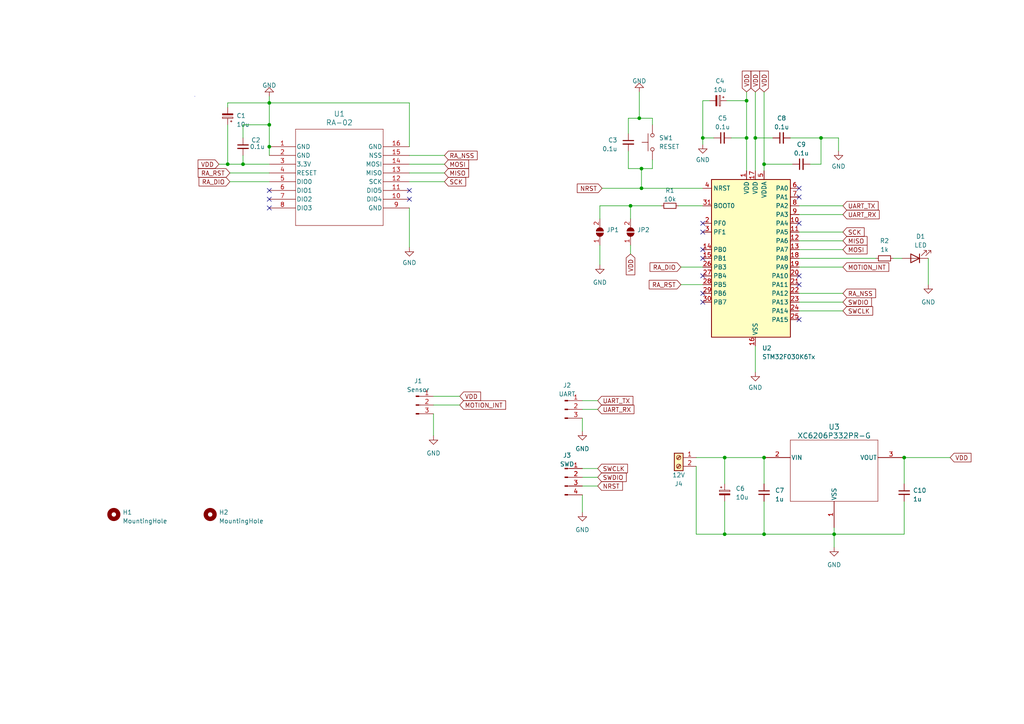
<source format=kicad_sch>
(kicad_sch (version 20230121) (generator eeschema)
  (paper "A4")
  (lib_symbols
    (symbol "2023-10-08_20-01-05:RA-02" (pin_names (offset 0.254))
      (property "Reference" "U" (at 20.32 10.16 0))
      (property "Value" "RA-02" (at 20.32 7.62 0))
      (symbol "RA-02_0_1"
        (polyline (pts (xy 7.62 -22.86) (xy 33.02 -22.86)) (stroke (width 0.127)))
        (polyline (pts (xy 7.62 5.08) (xy 7.62 -22.86)) (stroke (width 0.127)))
        (polyline (pts (xy 33.02 -22.86) (xy 33.02 5.08)) (stroke (width 0.127)))
        (polyline (pts (xy 33.02 5.08) (xy 7.62 5.08)) (stroke (width 0.127)))
        (pin unspecified line (at 0 0 0) (length 7.62) (name "GND") (number "1"))
        (pin unspecified line (at 40.64 -15.24 180) (length 7.62) (name "DIO4") (number "10"))
        (pin unspecified line (at 40.64 -12.7 180) (length 7.62) (name "DIO5") (number "11"))
        (pin unspecified line (at 40.64 -10.16 180) (length 7.62) (name "SCK") (number "12"))
        (pin unspecified line (at 40.64 -7.62 180) (length 7.62) (name "MISO") (number "13"))
        (pin unspecified line (at 40.64 -5.08 180) (length 7.62) (name "MOSI") (number "14"))
        (pin unspecified line (at 40.64 -2.54 180) (length 7.62) (name "NSS") (number "15"))
        (pin unspecified line (at 40.64 0 180) (length 7.62) (name "GND") (number "16"))
        (pin unspecified line (at 0 -2.54 0) (length 7.62) (name "GND") (number "2"))
        (pin unspecified line (at 0 -5.08 0) (length 7.62) (name "3.3V") (number "3"))
        (pin unspecified line (at 0 -7.62 0) (length 7.62) (name "RESET") (number "4"))
        (pin unspecified line (at 0 -10.16 0) (length 7.62) (name "DIO0") (number "5"))
        (pin unspecified line (at 0 -12.7 0) (length 7.62) (name "DIO1") (number "6"))
        (pin unspecified line (at 0 -15.24 0) (length 7.62) (name "DIO2") (number "7"))
        (pin unspecified line (at 0 -17.78 0) (length 7.62) (name "DIO3") (number "8"))
        (pin unspecified line (at 40.64 -17.78 180) (length 7.62) (name "GND") (number "9"))
      )
    )
    (symbol "2023-10-08_20-10-52:XC6206P332PR-G" (pin_names (offset 0.254))
      (property "Reference" "U" (at 20.32 10.16 0))
      (property "Value" "XC6206P332PR-G" (at 20.32 7.62 0))
      (symbol "XC6206P332PR-G_0_1"
        (polyline (pts (xy 7.62 -12.7) (xy 33.02 -12.7)) (stroke (width 0.127)))
        (polyline (pts (xy 7.62 5.08) (xy 7.62 -12.7)) (stroke (width 0.127)))
        (polyline (pts (xy 33.02 -12.7) (xy 33.02 5.08)) (stroke (width 0.127)))
        (polyline (pts (xy 33.02 5.08) (xy 7.62 5.08)) (stroke (width 0.127)))
        (pin power_out line (at 20.32 -20.32 90) (length 7.62) (name "VSS") (number "1"))
        (pin power_in line (at 0 0 0) (length 7.62) (name "VIN") (number "2"))
        (pin output line (at 40.64 0 180) (length 7.62) (name "VOUT") (number "3"))
      )
    )
    (symbol "Connector:Conn_01x03_Pin" (pin_names (offset 1.016) hide)
      (property "Reference" "J" (at 0 5.08 0))
      (property "Value" "Conn_01x03_Pin" (at 0 -5.08 0))
      (symbol "Conn_01x03_Pin_1_1"
        (polyline (pts (xy 1.27 -2.54) (xy 0.8636 -2.54)) (stroke (width 0.1524)))
        (polyline (pts (xy 1.27 0) (xy 0.8636 0)) (stroke (width 0.1524)))
        (polyline (pts (xy 1.27 2.54) (xy 0.8636 2.54)) (stroke (width 0.1524)))
        (rectangle (start 0.8636 -2.413) (end 0 -2.667) (stroke (width 0.1524)) (fill (type outline)))
        (rectangle (start 0.8636 0.127) (end 0 -0.127) (stroke (width 0.1524)) (fill (type outline)))
        (rectangle (start 0.8636 2.667) (end 0 2.413) (stroke (width 0.1524)) (fill (type outline)))
        (pin passive line (at 5.08 2.54 180) (length 3.81) (name "Pin_1") (number "1"))
        (pin passive line (at 5.08 0 180) (length 3.81) (name "Pin_2") (number "2"))
        (pin passive line (at 5.08 -2.54 180) (length 3.81) (name "Pin_3") (number "3"))
      )
    )
    (symbol "Connector:Conn_01x04_Pin" (pin_names (offset 1.016) hide)
      (property "Reference" "J" (at 0 5.08 0))
      (property "Value" "Conn_01x04_Pin" (at 0 -7.62 0))
      (symbol "Conn_01x04_Pin_1_1"
        (polyline (pts (xy 1.27 -5.08) (xy 0.8636 -5.08)) (stroke (width 0.1524)))
        (polyline (pts (xy 1.27 -2.54) (xy 0.8636 -2.54)) (stroke (width 0.1524)))
        (polyline (pts (xy 1.27 0) (xy 0.8636 0)) (stroke (width 0.1524)))
        (polyline (pts (xy 1.27 2.54) (xy 0.8636 2.54)) (stroke (width 0.1524)))
        (rectangle (start 0.8636 -4.953) (end 0 -5.207) (stroke (width 0.1524)) (fill (type outline)))
        (rectangle (start 0.8636 -2.413) (end 0 -2.667) (stroke (width 0.1524)) (fill (type outline)))
        (rectangle (start 0.8636 0.127) (end 0 -0.127) (stroke (width 0.1524)) (fill (type outline)))
        (rectangle (start 0.8636 2.667) (end 0 2.413) (stroke (width 0.1524)) (fill (type outline)))
        (pin passive line (at 5.08 2.54 180) (length 3.81) (name "Pin_1") (number "1"))
        (pin passive line (at 5.08 0 180) (length 3.81) (name "Pin_2") (number "2"))
        (pin passive line (at 5.08 -2.54 180) (length 3.81) (name "Pin_3") (number "3"))
        (pin passive line (at 5.08 -5.08 180) (length 3.81) (name "Pin_4") (number "4"))
      )
    )
    (symbol "Connector:Screw_Terminal_01x02" (pin_names (offset 1.016) hide)
      (property "Reference" "J" (at 0 2.54 0))
      (property "Value" "Screw_Terminal_01x02" (at 0 -5.08 0))
      (symbol "Screw_Terminal_01x02_1_1"
        (rectangle (start -1.27 1.27) (end 1.27 -3.81) (stroke (width 0.254)) (fill (type background)))
        (circle (center 0 -2.54) (radius 0.635) (stroke (width 0.1524)))
        (polyline (pts (xy -0.5334 -2.2098) (xy 0.3302 -3.048)) (stroke (width 0.1524)))
        (polyline (pts (xy -0.5334 0.3302) (xy 0.3302 -0.508)) (stroke (width 0.1524)))
        (polyline (pts (xy -0.3556 -2.032) (xy 0.508 -2.8702)) (stroke (width 0.1524)))
        (polyline (pts (xy -0.3556 0.508) (xy 0.508 -0.3302)) (stroke (width 0.1524)))
        (circle (center 0 0) (radius 0.635) (stroke (width 0.1524)))
        (pin passive line (at -5.08 0 0) (length 3.81) (name "Pin_1") (number "1"))
        (pin passive line (at -5.08 -2.54 0) (length 3.81) (name "Pin_2") (number "2"))
      )
    )
    (symbol "Device:C_Polarized_Small" (pin_numbers hide) (pin_names (offset 0.254) hide)
      (property "Reference" "C" (at 0.254 1.778 0))
      (property "Value" "C_Polarized_Small" (at 0.254 -2.032 0))
      (symbol "C_Polarized_Small_0_1"
        (rectangle (start -1.524 -0.3048) (end 1.524 -0.6858) (fill (type outline)))
        (rectangle (start -1.524 0.6858) (end 1.524 0.3048))
        (polyline (pts (xy -1.27 1.524) (xy -0.762 1.524)))
        (polyline (pts (xy -1.016 1.27) (xy -1.016 1.778)))
      )
      (symbol "C_Polarized_Small_1_1"
        (pin passive line (at 0 2.54 270) (length 1.8542) (name "~") (number "1"))
        (pin passive line (at 0 -2.54 90) (length 1.8542) (name "~") (number "2"))
      )
    )
    (symbol "Device:C_Small" (pin_numbers hide) (pin_names (offset 0.254) hide)
      (property "Reference" "C" (at 0.254 1.778 0))
      (property "Value" "C_Small" (at 0.254 -2.032 0))
      (symbol "C_Small_0_1"
        (polyline (pts (xy -1.524 -0.508) (xy 1.524 -0.508)) (stroke (width 0.3302)))
        (polyline (pts (xy -1.524 0.508) (xy 1.524 0.508)) (stroke (width 0.3048)))
      )
      (symbol "C_Small_1_1"
        (pin passive line (at 0 2.54 270) (length 2.032) (name "~") (number "1"))
        (pin passive line (at 0 -2.54 90) (length 2.032) (name "~") (number "2"))
      )
    )
    (symbol "Device:LED" (pin_numbers hide) (pin_names (offset 1.016) hide)
      (property "Reference" "D" (at 0 2.54 0))
      (property "Value" "LED" (at 0 -2.54 0))
      (symbol "LED_0_1"
        (polyline (pts (xy -1.27 -1.27) (xy -1.27 1.27)) (stroke (width 0.254)))
        (polyline (pts (xy -1.27 0) (xy 1.27 0)))
        (polyline (pts (xy 1.27 -1.27) (xy 1.27 1.27) (xy -1.27 0) (xy 1.27 -1.27)) (stroke (width 0.254)))
        (polyline (pts (xy -3.048 -0.762) (xy -4.572 -2.286) (xy -3.81 -2.286) (xy -4.572 -2.286) (xy -4.572 -1.524)))
        (polyline (pts (xy -1.778 -0.762) (xy -3.302 -2.286) (xy -2.54 -2.286) (xy -3.302 -2.286) (xy -3.302 -1.524)))
      )
      (symbol "LED_1_1"
        (pin passive line (at -3.81 0 0) (length 2.54) (name "K") (number "1"))
        (pin passive line (at 3.81 0 180) (length 2.54) (name "A") (number "2"))
      )
    )
    (symbol "Device:R_Small" (pin_numbers hide) (pin_names (offset 0.254) hide)
      (property "Reference" "R" (at 0.762 0.508 0))
      (property "Value" "R_Small" (at 0.762 -1.016 0))
      (symbol "R_Small_0_1"
        (rectangle (start -0.762 1.778) (end 0.762 -1.778) (stroke (width 0.2032)))
      )
      (symbol "R_Small_1_1"
        (pin passive line (at 0 2.54 270) (length 0.762) (name "~") (number "1"))
        (pin passive line (at 0 -2.54 90) (length 0.762) (name "~") (number "2"))
      )
    )
    (symbol "Jumper:SolderJumper_2_Open" (pin_names (offset 0) hide)
      (property "Reference" "JP" (at 0 2.032 0))
      (property "Value" "SolderJumper_2_Open" (at 0 -2.54 0))
      (symbol "SolderJumper_2_Open_0_1"
        (arc (start -0.254 1.016) (mid -1.2656 0) (end -0.254 -1.016))
        (arc (start -0.254 1.016) (mid -1.2656 0) (end -0.254 -1.016) (fill (type outline)))
        (polyline (pts (xy -0.254 1.016) (xy -0.254 -1.016)))
        (polyline (pts (xy 0.254 1.016) (xy 0.254 -1.016)))
        (arc (start 0.254 -1.016) (mid 1.2656 0) (end 0.254 1.016))
        (arc (start 0.254 -1.016) (mid 1.2656 0) (end 0.254 1.016) (fill (type outline)))
      )
      (symbol "SolderJumper_2_Open_1_1"
        (pin passive line (at -3.81 0 0) (length 2.54) (name "A") (number "1"))
        (pin passive line (at 3.81 0 180) (length 2.54) (name "B") (number "2"))
      )
    )
    (symbol "MCU_ST_STM32F0:STM32F030K6Tx"
      (property "Reference" "U" (at -10.16 24.13 0))
      (property "Value" "STM32F030K6Tx" (at 7.62 24.13 0))
      (symbol "STM32F030K6Tx_0_1"
        (rectangle (start -10.16 -22.86) (end 12.7 22.86) (stroke (width 0.254)) (fill (type background)))
      )
      (symbol "STM32F030K6Tx_1_1"
        (pin power_in line (at 0 25.4 270) (length 2.54) (name "VDD") (number "1"))
        (pin bidirectional line (at 15.24 10.16 180) (length 2.54) (name "PA4") (number "10"))
        (pin bidirectional line (at 15.24 7.62 180) (length 2.54) (name "PA5") (number "11"))
        (pin bidirectional line (at 15.24 5.08 180) (length 2.54) (name "PA6") (number "12"))
        (pin bidirectional line (at 15.24 2.54 180) (length 2.54) (name "PA7") (number "13"))
        (pin bidirectional line (at -12.7 2.54 0) (length 2.54) (name "PB0") (number "14"))
        (pin bidirectional line (at -12.7 0 0) (length 2.54) (name "PB1") (number "15"))
        (pin power_in line (at 2.54 -25.4 90) (length 2.54) (name "VSS") (number "16"))
        (pin power_in line (at 2.54 25.4 270) (length 2.54) (name "VDD") (number "17"))
        (pin bidirectional line (at 15.24 0 180) (length 2.54) (name "PA8") (number "18"))
        (pin bidirectional line (at 15.24 -2.54 180) (length 2.54) (name "PA9") (number "19"))
        (pin bidirectional line (at -12.7 10.16 0) (length 2.54) (name "PF0") (number "2"))
        (pin bidirectional line (at 15.24 -5.08 180) (length 2.54) (name "PA10") (number "20"))
        (pin bidirectional line (at 15.24 -7.62 180) (length 2.54) (name "PA11") (number "21"))
        (pin bidirectional line (at 15.24 -10.16 180) (length 2.54) (name "PA12") (number "22"))
        (pin bidirectional line (at 15.24 -12.7 180) (length 2.54) (name "PA13") (number "23"))
        (pin bidirectional line (at 15.24 -15.24 180) (length 2.54) (name "PA14") (number "24"))
        (pin bidirectional line (at 15.24 -17.78 180) (length 2.54) (name "PA15") (number "25"))
        (pin bidirectional line (at -12.7 -2.54 0) (length 2.54) (name "PB3") (number "26"))
        (pin bidirectional line (at -12.7 -5.08 0) (length 2.54) (name "PB4") (number "27"))
        (pin bidirectional line (at -12.7 -7.62 0) (length 2.54) (name "PB5") (number "28"))
        (pin bidirectional line (at -12.7 -10.16 0) (length 2.54) (name "PB6") (number "29"))
        (pin bidirectional line (at -12.7 7.62 0) (length 2.54) (name "PF1") (number "3"))
        (pin bidirectional line (at -12.7 -12.7 0) (length 2.54) (name "PB7") (number "30"))
        (pin input line (at -12.7 15.24 0) (length 2.54) (name "BOOT0") (number "31"))
        (pin passive line (at 2.54 -25.4 90) (length 2.54) hide (name "VSS") (number "32"))
        (pin input line (at -12.7 20.32 0) (length 2.54) (name "NRST") (number "4"))
        (pin power_in line (at 5.08 25.4 270) (length 2.54) (name "VDDA") (number "5"))
        (pin bidirectional line (at 15.24 20.32 180) (length 2.54) (name "PA0") (number "6"))
        (pin bidirectional line (at 15.24 17.78 180) (length 2.54) (name "PA1") (number "7"))
        (pin bidirectional line (at 15.24 15.24 180) (length 2.54) (name "PA2") (number "8"))
        (pin bidirectional line (at 15.24 12.7 180) (length 2.54) (name "PA3") (number "9"))
      )
    )
    (symbol "Mechanical:MountingHole" (pin_names (offset 1.016))
      (property "Reference" "H" (at 0 5.08 0))
      (property "Value" "MountingHole" (at 0 3.175 0))
      (symbol "MountingHole_0_1"
        (circle (center 0 0) (radius 1.27) (stroke (width 1.27)))
      )
    )
    (symbol "Switch:SW_Push" (pin_numbers hide) (pin_names (offset 1.016) hide)
      (property "Reference" "SW" (at 1.27 2.54 0))
      (property "Value" "SW_Push" (at 0 -1.524 0))
      (symbol "SW_Push_0_1"
        (circle (center -2.032 0) (radius 0.508))
        (polyline (pts (xy 0 1.27) (xy 0 3.048)))
        (polyline (pts (xy 2.54 1.27) (xy -2.54 1.27)))
        (circle (center 2.032 0) (radius 0.508))
        (pin passive line (at -5.08 0 0) (length 2.54) (name "1") (number "1"))
        (pin passive line (at 5.08 0 180) (length 2.54) (name "2") (number "2"))
      )
    )
    (symbol "power:GND" (power) (pin_names (offset 0))
      (property "Value" "GND" (at 0 -3.81 0))
      (symbol "GND_0_1"
        (polyline (pts (xy 0 0) (xy 0 -1.27) (xy 1.27 -1.27) (xy 0 -2.54) (xy -1.27 -1.27) (xy 0 -1.27)))
      )
      (symbol "GND_1_1"
        (pin power_in line (at 0 0 270) (length 0) hide (name "GND") (number "1"))
      )
    )
  )
  (junction (at 210.185 154.94))
  (junction (at 186.055 54.61))
  (junction (at 219.075 40.005))
  (junction (at 78.105 42.545))
  (junction (at 78.105 29.845))
  (junction (at 210.185 132.715))
  (junction (at 186.055 48.895))
  (junction (at 221.615 154.94))
  (junction (at 262.255 132.715))
  (junction (at 66.04 47.625))
  (junction (at 182.88 59.69))
  (junction (at 203.835 40.005))
  (junction (at 216.535 40.005))
  (junction (at 78.105 36.195))
  (junction (at 216.535 29.21))
  (junction (at 238.125 40.005))
  (junction (at 70.485 47.625))
  (junction (at 185.42 34.29))
  (junction (at 221.615 132.715))
  (junction (at 241.935 154.94))
  (junction (at 221.615 47.625))
  (no_connect (at 203.835 74.93))
  (no_connect (at 78.105 55.245))
  (no_connect (at 203.835 67.31))
  (no_connect (at 203.835 87.63))
  (no_connect (at 203.835 72.39))
  (no_connect (at 118.745 57.785))
  (no_connect (at 203.835 80.01))
  (no_connect (at 118.745 55.245))
  (no_connect (at 78.105 60.325))
  (no_connect (at 78.105 57.785))
  (no_connect (at 231.775 82.55))
  (no_connect (at 231.775 64.77))
  (no_connect (at 203.835 85.09))
  (no_connect (at 203.835 64.77))
  (no_connect (at 231.775 57.15))
  (no_connect (at 231.775 92.71))
  (no_connect (at 231.775 54.61))
  (no_connect (at 231.775 80.01))
  (wire (pts (xy 203.835 40.005) (xy 203.835 41.91)))
  (wire (pts (xy 185.42 34.29) (xy 189.23 34.29)))
  (wire (pts (xy 189.23 48.895) (xy 189.23 46.355)))
  (wire (pts (xy 118.745 42.545) (xy 118.745 29.845)))
  (wire (pts (xy 221.615 26.67) (xy 221.615 47.625)))
  (wire (pts (xy 231.775 72.39) (xy 244.475 72.39)))
  (wire (pts (xy 219.075 40.005) (xy 219.075 49.53)))
  (wire (pts (xy 78.105 36.195) (xy 78.105 42.545)))
  (wire (pts (xy 221.615 154.94) (xy 241.935 154.94)))
  (wire (pts (xy 203.835 29.21) (xy 203.835 40.005)))
  (wire (pts (xy 231.775 67.31) (xy 244.475 67.31)))
  (wire (pts (xy 182.88 59.69) (xy 173.99 59.69)))
  (wire (pts (xy 168.91 143.51) (xy 168.91 148.59)))
  (wire (pts (xy 262.255 145.415) (xy 262.255 154.94)))
  (wire (pts (xy 66.04 47.625) (xy 70.485 47.625)))
  (wire (pts (xy 219.075 40.005) (xy 224.155 40.005)))
  (wire (pts (xy 182.245 43.815) (xy 182.245 48.895)))
  (wire (pts (xy 219.075 26.67) (xy 219.075 40.005)))
  (wire (pts (xy 174.625 54.61) (xy 186.055 54.61)))
  (wire (pts (xy 70.485 45.085) (xy 70.485 47.625)))
  (wire (pts (xy 118.745 47.625) (xy 128.905 47.625)))
  (wire (pts (xy 63.5 47.625) (xy 66.04 47.625)))
  (wire (pts (xy 168.91 135.89) (xy 173.355 135.89)))
  (wire (pts (xy 231.775 77.47) (xy 244.475 77.47)))
  (wire (pts (xy 186.055 48.895) (xy 186.055 54.61)))
  (wire (pts (xy 196.85 59.69) (xy 203.835 59.69)))
  (wire (pts (xy 70.485 36.195) (xy 78.105 36.195)))
  (wire (pts (xy 125.73 114.935) (xy 133.35 114.935)))
  (wire (pts (xy 231.775 62.23) (xy 244.475 62.23)))
  (wire (pts (xy 173.99 59.69) (xy 173.99 63.5)))
  (wire (pts (xy 219.075 100.33) (xy 219.075 107.95)))
  (wire (pts (xy 212.09 40.005) (xy 216.535 40.005)))
  (wire (pts (xy 66.04 36.195) (xy 66.04 47.625)))
  (wire (pts (xy 70.485 47.625) (xy 78.105 47.625)))
  (wire (pts (xy 238.125 47.625) (xy 238.125 40.005)))
  (wire (pts (xy 221.615 47.625) (xy 221.615 49.53)))
  (wire (pts (xy 231.775 85.09) (xy 244.475 85.09)))
  (wire (pts (xy 262.255 132.715) (xy 262.255 140.335)))
  (wire (pts (xy 191.77 59.69) (xy 182.88 59.69)))
  (wire (pts (xy 186.055 54.61) (xy 203.835 54.61)))
  (wire (pts (xy 216.535 26.67) (xy 216.535 29.21)))
  (wire (pts (xy 168.91 116.205) (xy 173.355 116.205)))
  (wire (pts (xy 216.535 29.21) (xy 216.535 40.005)))
  (wire (pts (xy 78.105 42.545) (xy 78.105 45.085)))
  (wire (pts (xy 229.235 40.005) (xy 238.125 40.005)))
  (wire (pts (xy 231.775 69.85) (xy 244.475 69.85)))
  (wire (pts (xy 231.775 87.63) (xy 244.475 87.63)))
  (wire (pts (xy 201.93 135.255) (xy 201.93 154.94)))
  (wire (pts (xy 262.255 154.94) (xy 241.935 154.94)))
  (wire (pts (xy 201.93 154.94) (xy 210.185 154.94)))
  (wire (pts (xy 185.42 26.67) (xy 185.42 34.29)))
  (wire (pts (xy 182.245 34.29) (xy 185.42 34.29)))
  (wire (pts (xy 173.99 71.12) (xy 173.99 76.835)))
  (wire (pts (xy 216.535 40.005) (xy 216.535 49.53)))
  (wire (pts (xy 168.91 140.97) (xy 173.355 140.97)))
  (wire (pts (xy 210.185 132.715) (xy 210.185 140.335)))
  (wire (pts (xy 118.745 29.845) (xy 78.105 29.845)))
  (wire (pts (xy 118.745 60.325) (xy 118.745 71.755)))
  (wire (pts (xy 182.245 38.735) (xy 182.245 34.29)))
  (wire (pts (xy 221.615 47.625) (xy 229.87 47.625)))
  (wire (pts (xy 66.675 52.705) (xy 78.105 52.705)))
  (wire (pts (xy 118.745 45.085) (xy 128.905 45.085)))
  (wire (pts (xy 201.93 132.715) (xy 210.185 132.715)))
  (wire (pts (xy 168.91 118.745) (xy 173.355 118.745)))
  (wire (pts (xy 203.835 40.005) (xy 207.01 40.005)))
  (wire (pts (xy 210.185 145.415) (xy 210.185 154.94)))
  (wire (pts (xy 70.485 40.005) (xy 70.485 36.195)))
  (wire (pts (xy 168.91 138.43) (xy 173.355 138.43)))
  (wire (pts (xy 221.615 132.715) (xy 221.615 140.335)))
  (wire (pts (xy 231.775 74.93) (xy 254 74.93)))
  (wire (pts (xy 78.105 29.845) (xy 78.105 36.195)))
  (wire (pts (xy 189.23 34.29) (xy 189.23 36.195)))
  (wire (pts (xy 210.185 132.715) (xy 221.615 132.715)))
  (wire (pts (xy 243.205 40.005) (xy 243.205 43.815)))
  (wire (pts (xy 197.485 77.47) (xy 203.835 77.47)))
  (wire (pts (xy 66.04 31.115) (xy 66.04 29.845)))
  (wire (pts (xy 197.485 82.55) (xy 203.835 82.55)))
  (wire (pts (xy 182.88 71.12) (xy 182.88 73.66)))
  (wire (pts (xy 210.82 29.21) (xy 216.535 29.21)))
  (wire (pts (xy 125.73 120.015) (xy 125.73 126.365)))
  (wire (pts (xy 168.91 121.285) (xy 168.91 125.095)))
  (wire (pts (xy 241.935 154.94) (xy 241.935 158.75)))
  (wire (pts (xy 234.95 47.625) (xy 238.125 47.625)))
  (wire (pts (xy 66.675 50.165) (xy 78.105 50.165)))
  (wire (pts (xy 186.055 48.895) (xy 189.23 48.895)))
  (wire (pts (xy 238.125 40.005) (xy 243.205 40.005)))
  (wire (pts (xy 231.775 59.69) (xy 244.475 59.69)))
  (wire (pts (xy 203.835 29.21) (xy 205.74 29.21)))
  (wire (pts (xy 66.04 29.845) (xy 78.105 29.845)))
  (wire (pts (xy 269.24 74.93) (xy 269.24 82.55)))
  (wire (pts (xy 182.88 59.69) (xy 182.88 63.5)))
  (wire (pts (xy 118.745 50.165) (xy 128.905 50.165)))
  (wire (pts (xy 231.775 90.17) (xy 244.475 90.17)))
  (wire (pts (xy 221.615 145.415) (xy 221.615 154.94)))
  (wire (pts (xy 210.185 154.94) (xy 221.615 154.94)))
  (wire (pts (xy 259.08 74.93) (xy 261.62 74.93)))
  (wire (pts (xy 118.745 52.705) (xy 128.905 52.705)))
  (wire (pts (xy 241.935 153.035) (xy 241.935 154.94)))
  (wire (pts (xy 78.105 27.94) (xy 78.105 29.845)))
  (wire (pts (xy 125.73 117.475) (xy 133.35 117.475)))
  (wire (pts (xy 262.255 132.715) (xy 275.59 132.715)))
  (wire (pts (xy 182.245 48.895) (xy 186.055 48.895)))
  (rectangle (start 56.515 27.94) (end 56.515 27.94))
  (global_label "SCK" (shape input) (at 128.905 52.705 0) (property "Intersheetrefs" "${INTERSHEET_REFS}" (effects hide)))
  (global_label "NRST" (shape input) (at 173.355 140.97 0) (property "Intersheetrefs" "${INTERSHEET_REFS}" (effects hide)))
  (global_label "SWDIO" (shape input) (at 244.475 87.63 0) (property "Intersheetrefs" "${INTERSHEET_REFS}" (effects hide)))
  (global_label "MOSI" (shape input) (at 244.475 72.39 0) (property "Intersheetrefs" "${INTERSHEET_REFS}" (effects hide)))
  (global_label "VDD" (shape input) (at 63.5 47.625 180) (property "Intersheetrefs" "${INTERSHEET_REFS}" (effects hide)))
  (global_label "VDD" (shape input) (at 275.59 132.715 0) (property "Intersheetrefs" "${INTERSHEET_REFS}" (effects hide)))
  (global_label "SCK" (shape input) (at 244.475 67.31 0) (property "Intersheetrefs" "${INTERSHEET_REFS}" (effects hide)))
  (global_label "RA_RST" (shape input) (at 197.485 82.55 180) (property "Intersheetrefs" "${INTERSHEET_REFS}" (effects hide)))
  (global_label "VDD" (shape input) (at 133.35 114.935 0) (property "Intersheetrefs" "${INTERSHEET_REFS}" (effects hide)))
  (global_label "MISO" (shape input) (at 128.905 50.165 0) (property "Intersheetrefs" "${INTERSHEET_REFS}" (effects hide)))
  (global_label "VDD" (shape input) (at 219.075 26.67 90) (property "Intersheetrefs" "${INTERSHEET_REFS}" (effects hide)))
  (global_label "SWCLK" (shape input) (at 244.475 90.17 0) (property "Intersheetrefs" "${INTERSHEET_REFS}" (effects hide)))
  (global_label "RA_NSS" (shape input) (at 244.475 85.09 0) (property "Intersheetrefs" "${INTERSHEET_REFS}" (effects hide)))
  (global_label "RA_RST" (shape input) (at 66.675 50.165 180) (property "Intersheetrefs" "${INTERSHEET_REFS}" (effects hide)))
  (global_label "RA_DIO" (shape input) (at 197.485 77.47 180) (property "Intersheetrefs" "${INTERSHEET_REFS}" (effects hide)))
  (global_label "SWDIO" (shape input) (at 173.355 138.43 0) (property "Intersheetrefs" "${INTERSHEET_REFS}" (effects hide)))
  (global_label "MOTION_INT" (shape input) (at 133.35 117.475 0) (property "Intersheetrefs" "${INTERSHEET_REFS}" (effects hide)))
  (global_label "RA_NSS" (shape input) (at 128.905 45.085 0) (property "Intersheetrefs" "${INTERSHEET_REFS}" (effects hide)))
  (global_label "MOSI" (shape input) (at 128.905 47.625 0) (property "Intersheetrefs" "${INTERSHEET_REFS}" (effects hide)))
  (global_label "RA_DIO" (shape input) (at 66.675 52.705 180) (property "Intersheetrefs" "${INTERSHEET_REFS}" (effects hide)))
  (global_label "VDD" (shape input) (at 216.535 26.67 90) (property "Intersheetrefs" "${INTERSHEET_REFS}" (effects hide)))
  (global_label "UART_TX" (shape input) (at 173.355 116.205 0) (property "Intersheetrefs" "${INTERSHEET_REFS}" (effects hide)))
  (global_label "SWCLK" (shape input) (at 173.355 135.89 0) (property "Intersheetrefs" "${INTERSHEET_REFS}" (effects hide)))
  (global_label "UART_RX" (shape input) (at 244.475 62.23 0) (property "Intersheetrefs" "${INTERSHEET_REFS}" (effects hide)))
  (global_label "UART_TX" (shape input) (at 244.475 59.69 0) (property "Intersheetrefs" "${INTERSHEET_REFS}" (effects hide)))
  (global_label "MISO" (shape input) (at 244.475 69.85 0) (property "Intersheetrefs" "${INTERSHEET_REFS}" (effects hide)))
  (global_label "VDD" (shape input) (at 182.88 73.66 270) (property "Intersheetrefs" "${INTERSHEET_REFS}" (effects hide)))
  (global_label "VDD" (shape input) (at 221.615 26.67 90) (property "Intersheetrefs" "${INTERSHEET_REFS}" (effects hide)))
  (global_label "MOTION_INT" (shape input) (at 244.475 77.47 0) (property "Intersheetrefs" "${INTERSHEET_REFS}" (effects hide)))
  (global_label "NRST" (shape input) (at 174.625 54.61 180) (property "Intersheetrefs" "${INTERSHEET_REFS}" (effects hide)))
  (global_label "UART_RX" (shape input) (at 173.355 118.745 0) (property "Intersheetrefs" "${INTERSHEET_REFS}" (effects hide)))
  (symbol (lib_id "power:GND") (at 125.73 126.365 0) (unit 1)
    (property "Reference" "#PWR03" (effects hide))
    (property "Value" "GND" (at 125.73 131.445 0))
  )
  (symbol (lib_id "Device:C_Small") (at 209.55 40.005 90) (unit 1)
    (property "Reference" "C5" (at 209.5563 34.29 90))
    (property "Value" "0.1u" (at 209.5563 36.83 90))
    (property "Footprint" "Capacitor_SMD:C_0603_1608Metric" (effects hide))
  )
  (symbol (lib_id "Device:C_Polarized_Small") (at 208.28 29.21 270) (unit 1)
    (property "Reference" "C4" (at 208.8261 23.495 90))
    (property "Value" "10u" (at 208.8261 26.035 90))
    (property "Footprint" "Capacitor_Tantalum_SMD:CP_EIA-3216-10_Kemet-I_Pad1.58x1.35mm_HandSolder" (effects hide))
  )
  (symbol (lib_id "Device:C_Small") (at 232.41 47.625 90) (unit 1)
    (property "Reference" "C9" (at 232.4163 41.91 90))
    (property "Value" "0.1u" (at 232.4163 44.45 90))
    (property "Footprint" "Capacitor_SMD:C_0603_1608Metric" (effects hide))
  )
  (symbol (lib_id "power:GND") (at 219.075 107.95 0) (unit 1)
    (property "Reference" "#PWR09" (effects hide))
    (property "Value" "GND" (at 219.075 112.395 0))
  )
  (symbol (lib_id "Jumper:SolderJumper_2_Open") (at 182.88 67.31 90) (unit 1)
    (property "Reference" "JP2" (at 184.785 66.675 90) (effects (justify right)))
    (property "Value" "SolderJumper_2_Open" (effects hide))
    (property "Footprint" "Jumper:SolderJumper-2_P1.3mm_Open_RoundedPad1.0x1.5mm" (effects hide))
  )
  (symbol (lib_id "Mechanical:MountingHole") (at 33.02 149.225 0) (unit 1)
    (property "Reference" "H1" (at 35.56 148.59 0) (effects (justify left)))
    (property "Value" "MountingHole" (at 35.56 151.13 0) (effects (justify left)))
    (property "Footprint" "MountingHole:MountingHole_2.5mm" (effects hide))
  )
  (symbol (lib_id "Device:R_Small") (at 256.54 74.93 90) (unit 1)
    (property "Reference" "R2" (at 256.54 69.85 90))
    (property "Value" "1k" (at 256.54 72.39 90))
    (property "Footprint" "Resistor_SMD:R_0805_2012Metric" (effects hide))
  )
  (symbol (lib_id "2023-10-08_20-10-52:XC6206P332PR-G") (at 221.615 132.715 0) (unit 1)
    (property "Reference" "U3" (at 241.935 123.825 0) (effects (font (size 1.524 1.524))))
    (property "Value" "XC6206P332PR-G" (at 241.935 126.365 0) (effects (font (size 1.524 1.524))))
    (property "Footprint" "footprints1:SOT-89_TOR" (effects hide))
    (property "Datasheet" "XC6206P332PR-G" (effects hide))
  )
  (symbol (lib_id "power:GND") (at 243.205 43.815 0) (unit 1)
    (property "Reference" "#PWR011" (effects hide))
    (property "Value" "GND" (at 243.205 48.26 0))
  )
  (symbol (lib_id "power:GND") (at 168.91 125.095 0) (unit 1)
    (property "Reference" "#PWR04" (effects hide))
    (property "Value" "GND" (at 168.91 130.175 0))
  )
  (symbol (lib_id "Connector:Screw_Terminal_01x02") (at 196.85 132.715 0) (mirror y) (unit 1)
    (property "Reference" "J4" (at 196.85 140.335 0))
    (property "Value" "12V" (at 196.85 137.795 0))
    (property "Footprint" "TerminalBlock_4Ucon:TerminalBlock_4Ucon_1x02_P3.50mm_Vertical" (effects hide))
  )
  (symbol (lib_id "Switch:SW_Push") (at 189.23 41.275 90) (unit 1)
    (property "Reference" "SW1" (at 191.135 40.0049 90) (effects (justify right)))
    (property "Value" "RESET" (at 191.135 42.5449 90) (effects (justify right)))
    (property "Footprint" "Button_Switch_SMD:SW_SPST_CK_RS282G05A3" (effects hide))
  )
  (symbol (lib_id "power:GND") (at 269.24 82.55 0) (unit 1)
    (property "Reference" "#PWR012" (effects hide))
    (property "Value" "GND" (at 269.24 87.63 0))
  )
  (symbol (lib_id "power:GND") (at 241.935 158.75 0) (unit 1)
    (property "Reference" "#PWR010" (effects hide))
    (property "Value" "GND" (at 241.935 163.83 0))
  )
  (symbol (lib_id "power:GND") (at 173.99 76.835 0) (unit 1)
    (property "Reference" "#PWR06" (effects hide))
    (property "Value" "GND" (at 173.99 81.915 0))
  )
  (symbol (lib_id "Device:C_Small") (at 182.245 41.275 0) (mirror y) (unit 1)
    (property "Reference" "C3" (at 179.07 40.6463 0) (effects (justify left)))
    (property "Value" "0.1u" (at 179.07 43.1863 0) (effects (justify left)))
    (property "Footprint" "Capacitor_SMD:C_0603_1608Metric" (effects hide))
  )
  (symbol (lib_id "Device:C_Polarized_Small") (at 66.04 33.655 180) (unit 1)
    (property "Reference" "C1" (at 68.58 33.5661 0) (effects (justify right)))
    (property "Value" "10u" (at 68.58 36.1061 0) (effects (justify right)))
    (property "Footprint" "Capacitor_Tantalum_SMD:CP_EIA-3216-10_Kemet-I_Pad1.58x1.35mm_HandSolder" (effects hide))
  )
  (symbol (lib_id "Device:R_Small") (at 194.31 59.69 90) (unit 1)
    (property "Reference" "R1" (at 194.31 55.245 90))
    (property "Value" "10k" (at 194.31 57.785 90))
    (property "Footprint" "Resistor_SMD:R_0805_2012Metric" (effects hide))
  )
  (symbol (lib_id "Jumper:SolderJumper_2_Open") (at 173.99 67.31 90) (unit 1)
    (property "Reference" "JP1" (at 175.895 66.675 90) (effects (justify right)))
    (property "Value" "SolderJumper_2_Open" (effects hide))
    (property "Footprint" "Jumper:SolderJumper-2_P1.3mm_Open_RoundedPad1.0x1.5mm" (effects hide))
  )
  (symbol (lib_id "Mechanical:MountingHole") (at 60.96 149.225 0) (unit 1)
    (property "Reference" "H2" (at 63.5 148.59 0) (effects (justify left)))
    (property "Value" "MountingHole" (at 63.5 151.13 0) (effects (justify left)))
    (property "Footprint" "MountingHole:MountingHole_2.5mm" (effects hide))
  )
  (symbol (lib_id "power:GND") (at 185.42 26.67 180) (unit 1)
    (property "Reference" "#PWR07" (effects hide))
    (property "Value" "GND" (at 185.42 23.495 0))
  )
  (symbol (lib_id "power:GND") (at 78.105 27.94 180) (unit 1)
    (property "Reference" "#PWR01" (effects hide))
    (property "Value" "GND" (at 78.105 24.765 0))
  )
  (symbol (lib_id "Device:LED") (at 265.43 74.93 180) (unit 1)
    (property "Reference" "D1" (at 267.0175 68.58 0))
    (property "Value" "LED" (at 267.0175 71.12 0))
    (property "Footprint" "LED_SMD:LED_1206_3216Metric" (effects hide))
  )
  (symbol (lib_id "Device:C_Small") (at 226.695 40.005 90) (unit 1)
    (property "Reference" "C8" (at 226.7013 34.29 90))
    (property "Value" "0.1u" (at 226.7013 36.83 90))
    (property "Footprint" "Capacitor_SMD:C_0603_1608Metric" (effects hide))
  )
  (symbol (lib_id "Connector:Conn_01x04_Pin") (at 163.83 138.43 0) (unit 1)
    (property "Reference" "J3" (at 164.465 132.08 0))
    (property "Value" "SWD" (at 164.465 134.62 0))
    (property "Footprint" "Connector_PinHeader_2.54mm:PinHeader_1x04_P2.54mm_Vertical" (effects hide))
  )
  (symbol (lib_id "MCU_ST_STM32F0:STM32F030K6Tx") (at 216.535 74.93 0) (unit 1)
    (property "Reference" "U2" (at 221.0309 100.965 0) (effects (justify left)))
    (property "Value" "STM32F030K6Tx" (at 221.0309 103.505 0) (effects (justify left)))
    (property "Footprint" "Package_QFP:LQFP-32_7x7mm_P0.8mm" (effects hide))
    (property "Datasheet" "https://www.st.com/resource/en/datasheet/stm32f030k6.pdf" (effects hide))
  )
  (symbol (lib_id "Connector:Conn_01x03_Pin") (at 163.83 118.745 0) (unit 1)
    (property "Reference" "J2" (at 164.465 111.76 0))
    (property "Value" "UART" (at 164.465 114.3 0))
    (property "Footprint" "Connector_PinHeader_2.54mm:PinHeader_1x03_P2.54mm_Vertical" (effects hide))
  )
  (symbol (lib_id "power:GND") (at 168.91 148.59 0) (unit 1)
    (property "Reference" "#PWR05" (effects hide))
    (property "Value" "GND" (at 168.91 153.67 0))
  )
  (symbol (lib_id "power:GND") (at 118.745 71.755 0) (unit 1)
    (property "Reference" "#PWR02" (effects hide))
    (property "Value" "GND" (at 118.745 76.2 0))
  )
  (symbol (lib_id "Device:C_Small") (at 262.255 142.875 0) (unit 1)
    (property "Reference" "C10" (at 264.795 142.2463 0) (effects (justify left)))
    (property "Value" "1u" (at 264.795 144.7863 0) (effects (justify left)))
    (property "Footprint" "Capacitor_SMD:C_0805_2012Metric" (effects hide))
  )
  (symbol (lib_id "Connector:Conn_01x03_Pin") (at 120.65 117.475 0) (unit 1)
    (property "Reference" "J1" (at 121.285 110.49 0))
    (property "Value" "Sensor" (at 121.285 113.03 0))
    (property "Footprint" "Connector_PinHeader_1.27mm:PinHeader_1x03_P1.27mm_Vertical" (effects hide))
  )
  (symbol (lib_id "Device:C_Small") (at 70.485 42.545 0) (mirror y) (unit 1)
    (property "Reference" "C2" (at 75.565 40.64 0) (effects (justify left)))
    (property "Value" "0.1u" (at 76.835 42.545 0) (effects (justify left)))
    (property "Footprint" "Capacitor_SMD:C_0603_1608Metric" (effects hide))
  )
  (symbol (lib_id "Device:C_Small") (at 221.615 142.875 0) (unit 1)
    (property "Reference" "C7" (at 224.79 142.2463 0) (effects (justify left)))
    (property "Value" "1u" (at 224.79 144.7863 0) (effects (justify left)))
    (property "Footprint" "Capacitor_SMD:C_0805_2012Metric" (effects hide))
  )
  (symbol (lib_id "2023-10-08_20-01-05:RA-02") (at 78.105 42.545 0) (unit 1)
    (property "Reference" "U1" (at 98.425 33.02 0) (effects (font (size 1.524 1.524))))
    (property "Value" "RA-02" (at 98.425 35.56 0) (effects (font (size 1.524 1.524))))
    (property "Footprint" "footprints:RA-02_AIT" (effects hide))
    (property "Datasheet" "RA-02" (effects hide))
  )
  (symbol (lib_id "power:GND") (at 203.835 41.91 0) (unit 1)
    (property "Reference" "#PWR08" (effects hide))
    (property "Value" "GND" (at 203.835 46.355 0))
  )
  (symbol (lib_id "Device:C_Polarized_Small") (at 210.185 142.875 0) (unit 1)
    (property "Reference" "C6" (at 213.36 141.6939 0) (effects (justify left)))
    (property "Value" "10u" (at 213.36 144.2339 0) (effects (justify left)))
    (property "Footprint" "Capacitor_Tantalum_SMD:CP_EIA-3216-10_Kemet-I_Pad1.58x1.35mm_HandSolder" (effects hide))
  )
)
</source>
